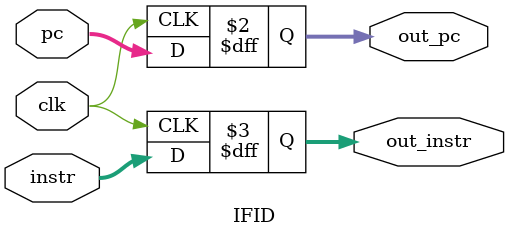
<source format=v>
module IFID( clk, pc, instr, out_pc, out_instr );
  input clk;
  input [31:0] pc, instr;
  output [31:0] out_pc, out_instr;
  
  reg [31:0] out_pc, out_instr;
  
  always@( posedge clk ) begin
    out_pc <= pc;
    out_instr <= instr;
  end
  
endmodule

</source>
